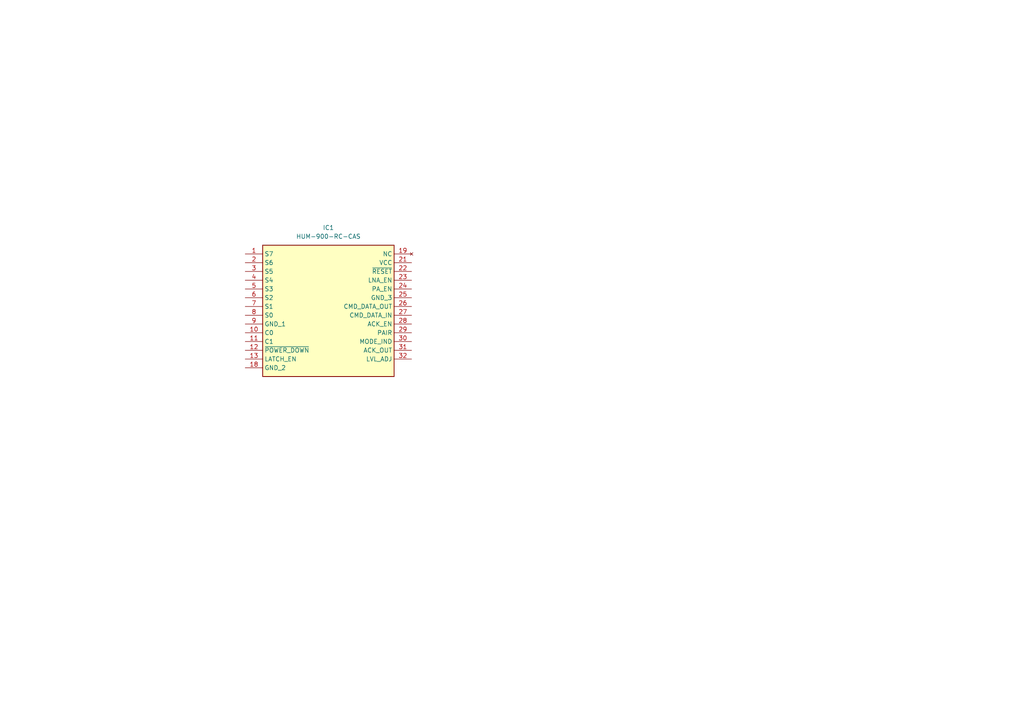
<source format=kicad_sch>
(kicad_sch (version 20230121) (generator eeschema)
  (paper "A4")
  (lib_symbols
    (symbol "HUM-900-RC-CAS:HUM-900-RC-CAS"
      (property "Reference" "IC" (at 44.45 7.62 0))
      (property "Value" "HUM-900-RC-CAS" (at 44.45 5.08 0))
      (symbol "HUM-900-RC-CAS_1_1"
        (rectangle (start 5.08 2.54) (end 43.18 -35.56) (stroke (width 0.254)) (fill (type background)))
        (pin passive line (at 0 0 0) (length 5.08) (name "S7") (number "1"))
        (pin passive line (at 0 -22.86 0) (length 5.08) (name "C0") (number "10"))
        (pin passive line (at 0 -25.4 0) (length 5.08) (name "C1") (number "11"))
        (pin passive line (at 0 -27.94 0) (length 5.08) (name "~{POWER_DOWN}") (number "12"))
        (pin passive line (at 0 -30.48 0) (length 5.08) (name "LATCH_EN") (number "13"))
        (pin passive line (at 0 -33.02 0) (length 5.08) (name "GND_2") (number "18"))
        (pin no_connect line (at 48.26 0 180) (length 5.08) (name "NC") (number "19"))
        (pin passive line (at 0 -2.54 0) (length 5.08) (name "S6") (number "2"))
        (pin passive line (at 48.26 -2.54 180) (length 5.08) (name "VCC") (number "21"))
        (pin passive line (at 48.26 -5.08 180) (length 5.08) (name "~{RESET}") (number "22"))
        (pin passive line (at 48.26 -7.62 180) (length 5.08) (name "LNA_EN") (number "23"))
        (pin passive line (at 48.26 -10.16 180) (length 5.08) (name "PA_EN") (number "24"))
        (pin passive line (at 48.26 -12.7 180) (length 5.08) (name "GND_3") (number "25"))
        (pin passive line (at 48.26 -15.24 180) (length 5.08) (name "CMD_DATA_OUT") (number "26"))
        (pin passive line (at 48.26 -17.78 180) (length 5.08) (name "CMD_DATA_IN") (number "27"))
        (pin passive line (at 48.26 -20.32 180) (length 5.08) (name "ACK_EN") (number "28"))
        (pin passive line (at 48.26 -22.86 180) (length 5.08) (name "PAIR") (number "29"))
        (pin passive line (at 0 -5.08 0) (length 5.08) (name "S5") (number "3"))
        (pin passive line (at 48.26 -25.4 180) (length 5.08) (name "MODE_IND") (number "30"))
        (pin passive line (at 48.26 -27.94 180) (length 5.08) (name "ACK_OUT") (number "31"))
        (pin passive line (at 48.26 -30.48 180) (length 5.08) (name "LVL_ADJ") (number "32"))
        (pin passive line (at 0 -7.62 0) (length 5.08) (name "S4") (number "4"))
        (pin passive line (at 0 -10.16 0) (length 5.08) (name "S3") (number "5"))
        (pin passive line (at 0 -12.7 0) (length 5.08) (name "S2") (number "6"))
        (pin passive line (at 0 -15.24 0) (length 5.08) (name "S1") (number "7"))
        (pin passive line (at 0 -17.78 0) (length 5.08) (name "S0") (number "8"))
        (pin passive line (at 0 -20.32 0) (length 5.08) (name "GND_1") (number "9"))
      )
    )
  )
  (symbol (lib_id "HUM-900-RC-CAS:HUM-900-RC-CAS") (at 71.12 73.66 0) (unit 1)
    (property "Reference" "IC1" (at 95.25 66.04 0))
    (property "Value" "HUM-900-RC-CAS" (at 95.25 68.58 0))
    (property "Footprint" "HUM900RCCAS" (effects hide))
    (property "Datasheet" "https://linxtechnologies.com/wp/wp-content/uploads/hum-fff-rc.pdf" (effects hide))
    (property "Height" "2.95" (effects hide))
    (property "Manufacturer_Name" "Linx Technologies" (effects hide))
    (property "Manufacturer_Part_Number" "HUM-900-RC-CAS" (effects hide))
    (property "Mouser Part Number" "712-HUM-900-RC-CAS" (effects hide))
    (property "Mouser Price/Stock" "https://www.mouser.co.uk/ProductDetail/Linx-Technologies/HUM-900-RC-CAS?qs=DaxoyN%2Fvrebd4JalSkitwQ%3D%3D" (effects hide))
  )
)
</source>
